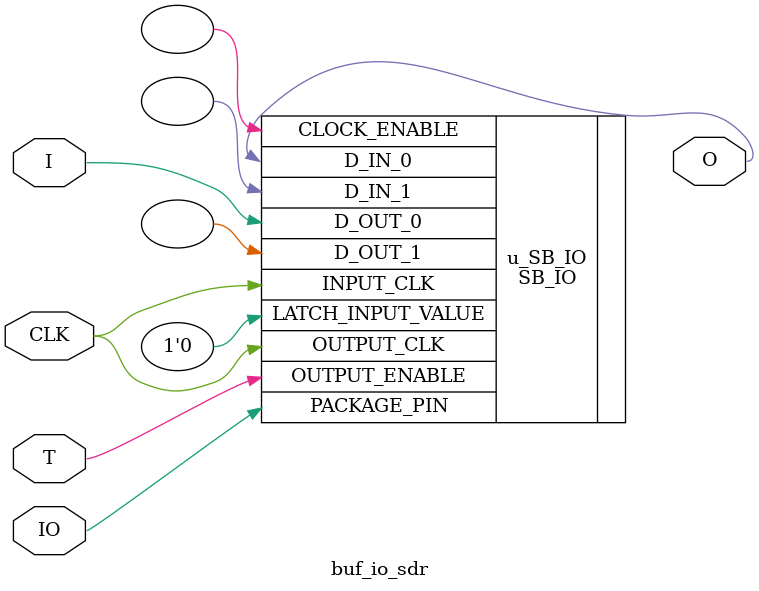
<source format=v>
/* ****************************************************************************
-- Source file: buf_io_sdr.                
-- Description: Wrapper around Lattice ICE40 IOB Primitive
-- Language:    Verilog-2001 
-- Synthesis:   Lattice LSE 
-- ***************************************************************************/
module buf_io_sdr
(
   input  wire CLK,
   inout  wire IO,
   input  wire I,
   input  wire T,
   output wire O 
);


//-----------------------------------------------------------------------------
// Pin_Type
//  [1:0] Input
//     01 = Simple
//     00 = Registered SDR or DDR
//  [5:2] Output
//   0000 = Disabled
//   0110 = Simple
//   1010 = Tristatable
//   1101 = SDR Registered Output and Tristate
//   1100 = DDR Registered Output and Tristate
//
// Note that explicitly connecting a logic '1' value to port CLOCK_ENABLE will
// result in a non-optimal implementation, since an extra LUT will be used to
// generate the Logic '1'. If the user's intention is to keep the Input and
// Output registers always enabled, it is recommended that port CLOCK_ENABLE be
// left unconnected.
//-----------------------------------------------------------------------------
SB_IO
#
(
 .PIN_TYPE           ( 6'b110100 ) 
)
 u_SB_IO
(
 .PACKAGE_PIN        ( IO       ), // Pin signal name
 .LATCH_INPUT_VALUE  ( 1'b0     ), // Latches/holds the Input value
 .CLOCK_ENABLE       (          ), // Clock Enable common to input and output
 .INPUT_CLK          ( CLK      ), // Clock for the input registers
 .OUTPUT_CLK         ( CLK      ), // Clock for the output registers
 .OUTPUT_ENABLE      ( T        ), // Output Pin Tristate/Enable control
 .D_OUT_0            ( I        ), // Data 0 – out to Pin/Rising clk edge
 .D_OUT_1            (          ), // Data 1 - out to Pin/Falling clk edge
 .D_IN_0             ( O        ), // Data 0 - Pin input/Rising clk edge
 .D_IN_1             (          )  // Data 1 – Pin input/Falling clk edge
);


endmodule

</source>
